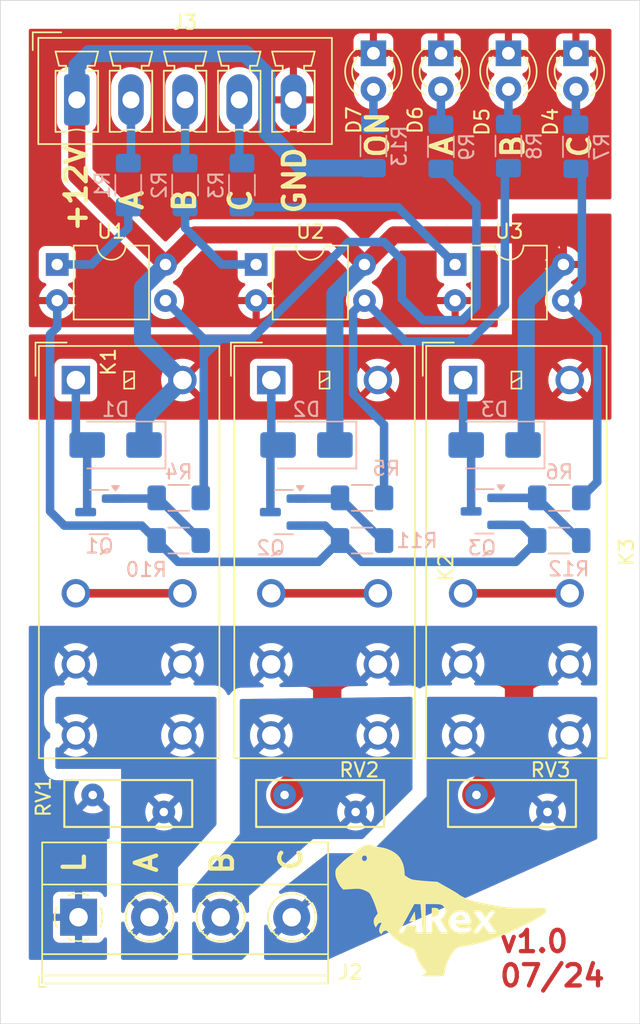
<source format=kicad_pcb>
(kicad_pcb (version 20240108) (generator "pcbnew") (generator_version "8.0")
  (layers (0 "F.Cu" signal) (31 "B.Cu" signal) (34 "B.Paste" user) (35 "F.Paste" user) (36 "B.SilkS" user "B.Silkscreen") (37 "F.SilkS" user "F.Silkscreen") (38 "B.Mask" user) (39 "F.Mask" user) (44 "Edge.Cuts" user))
  (net 0 "")
  (net 1 "VDD")
  (net 2 "Net-(D1-A)")
  (net 3 "Net-(D2-A)")
  (net 4 "Net-(D3-A)")
  (net 5 "GND")
  (net 6 "Net-(D4-A)")
  (net 7 "Net-(D5-A)")
  (net 8 "Net-(D6-A)")
  (net 9 "unconnected-(K1-Pad12)")
  (net 10 "unconnected-(K2-Pad12)")
  (net 11 "unconnected-(K3-Pad12)")
  (net 12 "Net-(Q1-G)")
  (net 13 "Net-(Q2-G)")
  (net 14 "Net-(Q3-G)")
  (net 15 "Net-(R1-Pad2)")
  (net 16 "Net-(R2-Pad2)")
  (net 17 "Net-(R3-Pad2)")
  (net 18 "Net-(R4-Pad1)")
  (net 19 "Net-(R5-Pad1)")
  (net 20 "Net-(R6-Pad1)")
  (net 21 "/P1")
  (net 22 "/P3")
  (net 23 "/P")
  (net 24 "/P2")
  (net 25 "Net-(J3-Pin_2)")
  (net 26 "Net-(J3-Pin_3)")
  (net 27 "Net-(J3-Pin_4)")
  (net 28 "Net-(D7-A)")
  (footprint "LED_THT:LED_D3.0mm" (layer "F.Cu") (at 141 53.725 -90)
    (property "Reference" "D6" (at 4.695 1.808 90) (layer "F.SilkS"))
    (property "Value" "G")
    (pad "1" thru_hole rect (at 0 0 270) (size 1.8 1.8) (drill 0.9) (layers "*.Cu" "*.Mask") (net 5 "GND"))
    (pad "2" thru_hole circle (at 2.54 0 270) (size 1.8 1.8) (drill 0.9) (layers "*.Cu" "*.Mask") (net 8 "Net-(D6-A)"))
  )
  (footprint "Varistor:RV_Disc_D9mm_W3.3mm_P5mm" (layer "F.Cu") (at 135 107.1 180)
    (property "Reference" "RV2" (at -0.255 2.96 0) (layer "F.SilkS"))
    (property "Value" "471K")
    (pad "1" thru_hole circle (at 0 0 180) (size 1.6 1.6) (drill 0.6) (layers "*.Cu" "*.Mask") (net 24 "/P2"))
    (pad "2" thru_hole circle (at 5 1.2 180) (size 1.6 1.6) (drill 0.6) (layers "*.Cu" "*.Mask") (net 23 "/P"))
  )
  (footprint "LED_THT:LED_D3.0mm" (layer "F.Cu") (at 145.75 53.725 -90)
    (property "Reference" "D5" (at 4.822 1.859 90) (layer "F.SilkS"))
    (property "Value" "G")
    (pad "1" thru_hole rect (at 0 0 270) (size 1.8 1.8) (drill 0.9) (layers "*.Cu" "*.Mask") (net 5 "GND"))
    (pad "2" thru_hole circle (at 2.54 0 270) (size 1.8 1.8) (drill 0.9) (layers "*.Cu" "*.Mask") (net 7 "Net-(D5-A)"))
  )
  (footprint "Connector_Phoenix_MC:PhoenixContact_MCV_1,5_5-G-3.81_1x05_P3.81mm_Vertical" (layer "F.Cu") (at 115.38 57)
    (property "Reference" "J3" (at 7.62 -5.45 0) (layer "F.SilkS"))
    (property "Value" "Conn_01x05_Socket")
    (pad "1" thru_hole roundrect (at 0 0) (size 1.8 3.6) (drill 1.2) (layers "*.Cu" "*.Mask") (roundrect_rratio 0.138889) (net 1 "VDD"))
    (pad "2" thru_hole oval (at 3.81 0) (size 1.8 3.6) (drill 1.2) (layers "*.Cu" "*.Mask") (net 25 "Net-(J3-Pin_2)"))
    (pad "3" thru_hole oval (at 7.62 0) (size 1.8 3.6) (drill 1.2) (layers "*.Cu" "*.Mask") (net 26 "Net-(J3-Pin_3)"))
    (pad "4" thru_hole oval (at 11.43 0) (size 1.8 3.6) (drill 1.2) (layers "*.Cu" "*.Mask") (net 27 "Net-(J3-Pin_4)"))
    (pad "5" thru_hole oval (at 15.24 0) (size 1.8 3.6) (drill 1.2) (layers "*.Cu" "*.Mask") (net 5 "GND"))
  )
  (footprint "Varistor:RV_Disc_D9mm_W3.3mm_P5mm" (layer "F.Cu") (at 121.5 107.1 180)
    (property "Reference" "RV1" (at 8.47 1.055 90) (layer "F.SilkS"))
    (property "Value" "471K")
    (pad "1" thru_hole circle (at 0 0 180) (size 1.6 1.6) (drill 0.6) (layers "*.Cu" "*.Mask") (net 21 "/P1"))
    (pad "2" thru_hole circle (at 5 1.2 180) (size 1.6 1.6) (drill 0.6) (layers "*.Cu" "*.Mask") (net 23 "/P"))
  )
  (footprint "Package_DIP:DIP-4_W7.62mm" (layer "F.Cu") (at 142 68.58)
    (property "Reference" "U3" (at 3.81 -2.33 0) (layer "F.SilkS"))
    (property "Value" "PC817")
    (pad "1" thru_hole rect (at 0 0) (size 1.6 1.6) (drill 0.8) (layers "*.Cu" "*.Mask") (net 17 "Net-(R3-Pad2)"))
    (pad "2" thru_hole oval (at 0 2.54) (size 1.6 1.6) (drill 0.8) (layers "*.Cu" "*.Mask") (net 5 "GND"))
    (pad "3" thru_hole oval (at 7.62 2.54) (size 1.6 1.6) (drill 0.8) (layers "*.Cu" "*.Mask") (net 20 "Net-(R6-Pad1)"))
    (pad "4" thru_hole oval (at 7.62 0) (size 1.6 1.6) (drill 0.8) (layers "*.Cu" "*.Mask") (net 1 "VDD"))
  )
  (footprint "Relay_THT:Relay_SPDT_Omron_G2RL-1-E" (layer "F.Cu") (at 115.3125 76.7125)
    (property "Reference" "K1" (at 2.2895 -1.2745 90) (layer "F.SilkS"))
    (property "Value" "Relay_SPDT")
    (pad "11" thru_hole circle (at 0 20) (size 2 2) (drill 1.3) (layers "*.Cu" "*.Mask") (net 23 "/P"))
    (pad "11" thru_hole circle (at 7.5 20) (size 2 2) (drill 1.3) (layers "*.Cu" "*.Mask") (net 23 "/P"))
    (pad "12" thru_hole circle (at 0 15) (size 2 2) (drill 1.3) (layers "*.Cu" "*.Mask") (net 9 "unconnected-(K1-Pad12)"))
    (pad "12" thru_hole circle (at 7.5 15) (size 2 2) (drill 1.3) (layers "*.Cu" "*.Mask") (net 9 "unconnected-(K1-Pad12)"))
    (pad "14" thru_hole circle (at 0 25) (size 2 2) (drill 1.3) (layers "*.Cu" "*.Mask") (net 21 "/P1"))
    (pad "14" thru_hole circle (at 7.5 25) (size 2 2) (drill 1.3) (layers "*.Cu" "*.Mask") (net 21 "/P1"))
    (pad "A1" thru_hole rect (at 0 0) (size 2 2) (drill 1.3) (layers "*.Cu" "*.Mask") (net 2 "Net-(D1-A)"))
    (pad "A2" thru_hole circle (at 7.5 0) (size 2 2) (drill 1.3) (layers "*.Cu" "*.Mask") (net 1 "VDD"))
  )
  (footprint "TerminalBlock_Phoenix:TerminalBlock_Phoenix_MKDS-1,5-4_1x04_P5.00mm_Horizontal" (layer "F.Cu") (at 115.5 114.5)
    (property "Reference" "J2" (at 19.12 3.864 0) (layer "F.SilkS"))
    (property "Value" "Conn_01x04_Socket")
    (pad "1" thru_hole rect (at 0 0) (size 2.6 2.6) (drill 1.3) (layers "*.Cu" "*.Mask") (net 23 "/P"))
    (pad "2" thru_hole circle (at 5 0) (size 2.6 2.6) (drill 1.3) (layers "*.Cu" "*.Mask") (net 21 "/P1"))
    (pad "3" thru_hole circle (at 10 0) (size 2.6 2.6) (drill 1.3) (layers "*.Cu" "*.Mask") (net 24 "/P2"))
    (pad "4" thru_hole circle (at 15 0) (size 2.6 2.6) (drill 1.3) (layers "*.Cu" "*.Mask") (net 22 "/P3"))
  )
  (footprint "LED_THT:LED_D3.0mm" (layer "F.Cu") (at 150.5 53.725 -90)
    (property "Reference" "D4" (at 4.822 1.783 90) (layer "F.SilkS"))
    (property "Value" "G")
    (pad "1" thru_hole rect (at 0 0 270) (size 1.8 1.8) (drill 0.9) (layers "*.Cu" "*.Mask") (net 5 "GND"))
    (pad "2" thru_hole circle (at 2.54 0 270) (size 1.8 1.8) (drill 0.9) (layers "*.Cu" "*.Mask") (net 6 "Net-(D4-A)"))
  )
  (footprint "Package_DIP:DIP-4_W7.62mm" (layer "F.Cu") (at 114 68.58)
    (property "Reference" "U1" (at 3.81 -2.33 0) (layer "F.SilkS"))
    (property "Value" "PC817")
    (pad "1" thru_hole rect (at 0 0) (size 1.6 1.6) (drill 0.8) (layers "*.Cu" "*.Mask") (net 15 "Net-(R1-Pad2)"))
    (pad "2" thru_hole oval (at 0 2.54) (size 1.6 1.6) (drill 0.8) (layers "*.Cu" "*.Mask") (net 5 "GND"))
    (pad "3" thru_hole oval (at 7.62 2.54) (size 1.6 1.6) (drill 0.8) (layers "*.Cu" "*.Mask") (net 18 "Net-(R4-Pad1)"))
    (pad "4" thru_hole oval (at 7.62 0) (size 1.6 1.6) (drill 0.8) (layers "*.Cu" "*.Mask") (net 1 "VDD"))
  )
  (footprint "Package_DIP:DIP-4_W7.62mm" (layer "F.Cu") (at 128 68.58)
    (property "Reference" "U2" (at 3.81 -2.33 0) (layer "F.SilkS"))
    (property "Value" "PC817")
    (pad "1" thru_hole rect (at 0 0) (size 1.6 1.6) (drill 0.8) (layers "*.Cu" "*.Mask") (net 16 "Net-(R2-Pad2)"))
    (pad "2" thru_hole oval (at 0 2.54) (size 1.6 1.6) (drill 0.8) (layers "*.Cu" "*.Mask") (net 5 "GND"))
    (pad "3" thru_hole oval (at 7.62 2.54) (size 1.6 1.6) (drill 0.8) (layers "*.Cu" "*.Mask") (net 19 "Net-(R5-Pad1)"))
    (pad "4" thru_hole oval (at 7.62 0) (size 1.6 1.6) (drill 0.8) (layers "*.Cu" "*.Mask") (net 1 "VDD"))
  )
  (footprint "Relay_THT:Relay_SPDT_Omron_G2RL-1-E" (layer "F.Cu") (at 142.5625 76.7125)
    (property "Reference" "K3" (at 11.5 12.1 90) (layer "F.SilkS"))
    (property "Value" "Relay_SPDT")
    (pad "11" thru_hole circle (at 0 20) (size 2 2) (drill 1.3) (layers "*.Cu" "*.Mask") (net 23 "/P"))
    (pad "11" thru_hole circle (at 7.5 20) (size 2 2) (drill 1.3) (layers "*.Cu" "*.Mask") (net 23 "/P"))
    (pad "12" thru_hole circle (at 0 15) (size 2 2) (drill 1.3) (layers "*.Cu" "*.Mask") (net 11 "unconnected-(K3-Pad12)"))
    (pad "12" thru_hole circle (at 7.5 15) (size 2 2) (drill 1.3) (layers "*.Cu" "*.Mask") (net 11 "unconnected-(K3-Pad12)"))
    (pad "14" thru_hole circle (at 0 25) (size 2 2) (drill 1.3) (layers "*.Cu" "*.Mask") (net 22 "/P3"))
    (pad "14" thru_hole circle (at 7.5 25) (size 2 2) (drill 1.3) (layers "*.Cu" "*.Mask") (net 22 "/P3"))
    (pad "A1" thru_hole rect (at 0 0) (size 2 2) (drill 1.3) (layers "*.Cu" "*.Mask") (net 4 "Net-(D3-A)"))
    (pad "A2" thru_hole circle (at 7.5 0) (size 2 2) (drill 1.3) (layers "*.Cu" "*.Mask") (net 1 "VDD"))
  )
  (footprint "Varistor:RV_Disc_D9mm_W3.3mm_P5mm" (layer "F.Cu") (at 148.5 107.1 180)
    (property "Reference" "RV3" (at -0.217 2.96 0) (layer "F.SilkS"))
    (property "Value" "471K")
    (pad "1" thru_hole circle (at 0 0 180) (size 1.6 1.6) (drill 0.6) (layers "*.Cu" "*.Mask") (net 22 "/P3"))
    (pad "2" thru_hole circle (at 5 1.2 180) (size 1.6 1.6) (drill 0.6) (layers "*.Cu" "*.Mask") (net 23 "/P"))
  )
  (footprint "Relay_THT:Relay_SPDT_Omron_G2RL-1-E" (layer "F.Cu") (at 129.0625 76.7125)
    (property "Reference" "K2" (at 12.2885 13.2035 90) (layer "F.SilkS"))
    (property "Value" "Relay_SPDT")
    (pad "11" thru_hole circle (at 0 20) (size 2 2) (drill 1.3) (layers "*.Cu" "*.Mask") (net 23 "/P"))
    (pad "11" thru_hole circle (at 7.5 20) (size 2 2) (drill 1.3) (layers "*.Cu" "*.Mask") (net 23 "/P"))
    (pad "12" thru_hole circle (at 0 15) (size 2 2) (drill 1.3) (layers "*.Cu" "*.Mask") (net 10 "unconnected-(K2-Pad12)"))
    (pad "12" thru_hole circle (at 7.5 15) (size 2 2) (drill 1.3) (layers "*.Cu" "*.Mask") (net 10 "unconnected-(K2-Pad12)"))
    (pad "14" thru_hole circle (at 0 25) (size 2 2) (drill 1.3) (layers "*.Cu" "*.Mask") (net 24 "/P2"))
    (pad "14" thru_hole circle (at 7.5 25) (size 2 2) (drill 1.3) (layers "*.Cu" "*.Mask") (net 24 "/P2"))
    (pad "A1" thru_hole rect (at 0 0) (size 2 2) (drill 1.3) (layers "*.Cu" "*.Mask") (net 3 "Net-(D2-A)"))
    (pad "A2" thru_hole circle (at 7.5 0) (size 2 2) (drill 1.3) (layers "*.Cu" "*.Mask") (net 1 "VDD"))
  )
  (footprint "LED_THT:LED_D3.0mm" (layer "F.Cu") (at 136.25 53.725 -90)
    (property "Reference" "D7" (at 4.695 1.376 90) (layer "F.SilkS"))
    (property "Value" "R")
    (pad "1" thru_hole rect (at 0 0 270) (size 1.8 1.8) (drill 0.9) (layers "*.Cu" "*.Mask") (net 5 "GND"))
    (pad "2" thru_hole circle (at 2.54 0 270) (size 1.8 1.8) (drill 0.9) (layers "*.Cu" "*.Mask") (net 28 "Net-(D7-A)"))
  )
  (footprint "LOGO" (layer "F.Cu") (at 141 114)
    (property "Reference" "G***" (hide yes))
    (property "Value" "LOGO" (hide yes))
  )
  (footprint "Resistor_SMD:R_1206_3216Metric_Pad1.30x1.75mm_HandSolder" (layer "B.Cu") (at 122.55 88 180)
    (property "Reference" "R10" (at 2.281 -2.043 0) (layer "B.SilkS") (effects (justify mirror)))
    (property "Value" "10k")
    (pad "1" smd roundrect (at -1.55 0 180) (size 1.3 1.75) (layers "B.Cu" "B.Paste" "B.Mask") (roundrect_rratio 0.192308) (net 12 "Net-(Q1-G)"))
    (pad "2" smd roundrect (at 1.55 0 180) (size 1.3 1.75) (layers "B.Cu" "B.Paste" "B.Mask") (roundrect_rratio 0.192308) (net 5 "GND"))
  )
  (footprint "Resistor_SMD:R_1206_3216Metric_Pad1.30x1.75mm_HandSolder" (layer "B.Cu") (at 127 63 -90)
    (property "Reference" "R3" (at 0 1.82 90) (layer "B.SilkS") (effects (justify mirror)))
    (property "Value" "470")
    (pad "1" smd roundrect (at -1.55 0 270) (size 1.3 1.75) (layers "B.Cu" "B.Paste" "B.Mask") (roundrect_rratio 0.192308) (net 27 "Net-(J3-Pin_4)"))
    (pad "2" smd roundrect (at 1.55 0 270) (size 1.3 1.75) (layers "B.Cu" "B.Paste" "B.Mask") (roundrect_rratio 0.192308) (net 17 "Net-(R3-Pad2)"))
  )
  (footprint "Package_TO_SOT_SMD:SOT-23" (layer "B.Cu") (at 129.9375 86 180)
    (property "Reference" "Q2" (at 0.9055 -2.519 0) (layer "B.SilkS") (effects (justify mirror)))
    (property "Value" "IRLML0030")
    (pad "1" smd roundrect (at -0.9375 0.95 180) (size 1.475 0.6) (layers "B.Cu" "B.Paste" "B.Mask") (net 13 "Net-(Q2-G)"))
    (pad "2" smd roundrect (at -0.9375 -0.95 180) (size 1.475 0.6) (layers "B.Cu" "B.Paste" "B.Mask") (net 5 "GND"))
    (pad "3" smd roundrect (at 0.9375 0 180) (size 1.475 0.6) (layers "B.Cu" "B.Paste" "B.Mask") (net 3 "Net-(D2-A)"))
  )
  (footprint "Diode_SMD:D_SMA" (layer "B.Cu") (at 131.54 81.28 180)
    (property "Reference" "D2" (at 0 2.5 0) (layer "B.SilkS") (effects (justify mirror)))
    (property "Value" "1J")
    (pad "1" smd roundrect (at -2 0 180) (size 2.5 1.8) (layers "B.Cu" "B.Paste" "B.Mask") (roundrect_rratio 0.1388888889) (net 1 "VDD"))
    (pad "2" smd roundrect (at 2 0 180) (size 2.5 1.8) (layers "B.Cu" "B.Paste" "B.Mask") (roundrect_rratio 0.1388888889) (net 3 "Net-(D2-A)"))
  )
  (footprint "Resistor_SMD:R_1206_3216Metric_Pad1.30x1.75mm_HandSolder" (layer "B.Cu") (at 123 63 -90)
    (property "Reference" "R2" (at 0 1.82 90) (layer "B.SilkS") (effects (justify mirror)))
    (property "Value" "470")
    (pad "1" smd roundrect (at -1.55 0 270) (size 1.3 1.75) (layers "B.Cu" "B.Paste" "B.Mask") (roundrect_rratio 0.192308) (net 26 "Net-(J3-Pin_3)"))
    (pad "2" smd roundrect (at 1.55 0 270) (size 1.3 1.75) (layers "B.Cu" "B.Paste" "B.Mask") (roundrect_rratio 0.192308) (net 16 "Net-(R2-Pad2)"))
  )
  (footprint "Resistor_SMD:R_1206_3216Metric_Pad1.30x1.75mm_HandSolder" (layer "B.Cu") (at 135.45 85 180)
    (property "Reference" "R5" (at -1.71 2.069 0) (layer "B.SilkS") (effects (justify mirror)))
    (property "Value" "22")
    (pad "1" smd roundrect (at -1.55 0 180) (size 1.3 1.75) (layers "B.Cu" "B.Paste" "B.Mask") (roundrect_rratio 0.192308) (net 19 "Net-(R5-Pad1)"))
    (pad "2" smd roundrect (at 1.55 0 180) (size 1.3 1.75) (layers "B.Cu" "B.Paste" "B.Mask") (roundrect_rratio 0.192308) (net 13 "Net-(Q2-G)"))
  )
  (footprint "Resistor_SMD:R_1206_3216Metric_Pad1.30x1.75mm_HandSolder" (layer "B.Cu") (at 136.25 60.25 90)
    (property "Reference" "R13" (at 0 1.82 90) (layer "B.SilkS") (effects (justify mirror)))
    (property "Value" "4k7")
    (pad "1" smd roundrect (at -1.55 0 90) (size 1.3 1.75) (layers "B.Cu" "B.Paste" "B.Mask") (roundrect_rratio 0.192308) (net 1 "VDD"))
    (pad "2" smd roundrect (at 1.55 0 90) (size 1.3 1.75) (layers "B.Cu" "B.Paste" "B.Mask") (roundrect_rratio 0.192308) (net 28 "Net-(D7-A)"))
  )
  (footprint "Resistor_SMD:R_1206_3216Metric_Pad1.30x1.75mm_HandSolder" (layer "B.Cu") (at 149.326 85 180)
    (property "Reference" "R6" (at 0 1.82 0) (layer "B.SilkS") (effects (justify mirror)))
    (property "Value" "22")
    (pad "1" smd roundrect (at -1.55 0 180) (size 1.3 1.75) (layers "B.Cu" "B.Paste" "B.Mask") (roundrect_rratio 0.192308) (net 20 "Net-(R6-Pad1)"))
    (pad "2" smd roundrect (at 1.55 0 180) (size 1.3 1.75) (layers "B.Cu" "B.Paste" "B.Mask") (roundrect_rratio 0.192308) (net 14 "Net-(Q3-G)"))
  )
  (footprint "Diode_SMD:D_SMA" (layer "B.Cu") (at 144.78 81.28 180)
    (property "Reference" "D3" (at 0 2.5 0) (layer "B.SilkS") (effects (justify mirror)))
    (property "Value" "1J")
    (pad "1" smd roundrect (at -2 0 180) (size 2.5 1.8) (layers "B.Cu" "B.Paste" "B.Mask") (roundrect_rratio 0.1388888889) (net 1 "VDD"))
    (pad "2" smd roundrect (at 2 0 180) (size 2.5 1.8) (layers "B.Cu" "B.Paste" "B.Mask") (roundrect_rratio 0.1388888889) (net 4 "Net-(D3-A)"))
  )
  (footprint "Resistor_SMD:R_1206_3216Metric_Pad1.30x1.75mm_HandSolder" (layer "B.Cu") (at 122.55 85 180)
    (property "Reference" "R4" (at 0 1.82 0) (layer "B.SilkS") (effects (justify mirror)))
    (property "Value" "22")
    (pad "1" smd roundrect (at -1.55 0 180) (size 1.3 1.75) (layers "B.Cu" "B.Paste" "B.Mask") (roundrect_rratio 0.192308) (net 18 "Net-(R4-Pad1)"))
    (pad "2" smd roundrect (at 1.55 0 180) (size 1.3 1.75) (layers "B.Cu" "B.Paste" "B.Mask") (roundrect_rratio 0.192308) (net 12 "Net-(Q1-G)"))
  )
  (footprint "Resistor_SMD:R_1206_3216Metric_Pad1.30x1.75mm_HandSolder" (layer "B.Cu") (at 150.5 60.3 90)
    (property "Reference" "R7" (at 0 1.82 90) (layer "B.SilkS") (effects (justify mirror)))
    (property "Value" "4k7")
    (pad "1" smd roundrect (at -1.55 0 90) (size 1.3 1.75) (layers "B.Cu" "B.Paste" "B.Mask") (roundrect_rratio 0.192308) (net 20 "Net-(R6-Pad1)"))
    (pad "2" smd roundrect (at 1.55 0 90) (size 1.3 1.75) (layers "B.Cu" "B.Paste" "B.Mask") (roundrect_rratio 0.192308) (net 6 "Net-(D4-A)"))
  )
  (footprint "Resistor_SMD:R_1206_3216Metric_Pad1.30x1.75mm_HandSolder" (layer "B.Cu") (at 141 60.3 90)
    (property "Reference" "R9" (at 0 1.82 90) (layer "B.SilkS") (effects (justify mirror)))
    (property "Value" "4k7")
    (pad "1" smd roundrect (at -1.55 0 90) (size 1.3 1.75) (layers "B.Cu" "B.Paste" "B.Mask") (roundrect_rratio 0.192308) (net 18 "Net-(R4-Pad1)"))
    (pad "2" smd roundrect (at 1.55 0 90) (size 1.3 1.75) (layers "B.Cu" "B.Paste" "B.Mask") (roundrect_rratio 0.192308) (net 8 "Net-(D6-A)"))
  )
  (footprint "Diode_SMD:D_SMA" (layer "B.Cu") (at 118.11 81.28 180)
    (property "Reference" "D1" (at 0 2.5 0) (layer "B.SilkS") (effects (justify mirror)))
    (property "Value" "1J")
    (pad "1" smd roundrect (at -2 0 180) (size 2.5 1.8) (layers "B.Cu" "B.Paste" "B.Mask") (roundrect_rratio 0.1388888889) (net 1 "VDD"))
    (pad "2" smd roundrect (at 2 0 180) (size 2.5 1.8) (layers "B.Cu" "B.Paste" "B.Mask") (roundrect_rratio 0.1388888889) (net 2 "Net-(D1-A)"))
  )
  (footprint "Resistor_SMD:R_1206_3216Metric_Pad1.30x1.75mm_HandSolder" (layer "B.Cu") (at 145.75 60.25 90)
    (property "Reference" "R8" (at 0 1.82 90) (layer "B.SilkS") (effects (justify mirror)))
    (property "Value" "4k7")
    (pad "1" smd roundrect (at -1.55 0 90) (size 1.3 1.75) (layers "B.Cu" "B.Paste" "B.Mask") (roundrect_rratio 0.192308) (net 19 "Net-(R5-Pad1)"))
    (pad "2" smd roundrect (at 1.55 0 90) (size 1.3 1.75) (layers "B.Cu" "B.Paste" "B.Mask") (roundrect_rratio 0.192308) (net 7 "Net-(D5-A)"))
  )
  (footprint "Package_TO_SOT_SMD:SOT-23" (layer "B.Cu") (at 144.0625 85.95 180)
    (property "Reference" "Q3" (at 0.1715 -2.569 0) (layer "B.SilkS") (effects (justify mirror)))
    (property "Value" "IRLML0030")
    (pad "1" smd roundrect (at -0.9375 0.95 180) (size 1.475 0.6) (layers "B.Cu" "B.Paste" "B.Mask") (net 14 "Net-(Q3-G)"))
    (pad "2" smd roundrect (at -0.9375 -0.95 180) (size 1.475 0.6) (layers "B.Cu" "B.Paste" "B.Mask") (net 5 "GND"))
    (pad "3" smd roundrect (at 0.9375 0 180) (size 1.475 0.6) (layers "B.Cu" "B.Paste" "B.Mask") (net 4 "Net-(D3-A)"))
  )
  (footprint "Resistor_SMD:R_1206_3216Metric_Pad1.30x1.75mm_HandSolder" (layer "B.Cu") (at 135.45 88 180)
    (property "Reference" "R11" (at -3.869 -0.011 0) (layer "B.SilkS") (effects (justify mirror)))
    (property "Value" "10k")
    (pad "1" smd roundrect (at -1.55 0 180) (size 1.3 1.75) (layers "B.Cu" "B.Paste" "B.Mask") (roundrect_rratio 0.192308) (net 13 "Net-(Q2-G)"))
    (pad "2" smd roundrect (at 1.55 0 180) (size 1.3 1.75) (layers "B.Cu" "B.Paste" "B.Mask") (roundrect_rratio 0.192308) (net 5 "GND"))
  )
  (footprint "Resistor_SMD:R_1206_3216Metric_Pad1.30x1.75mm_HandSolder" (layer "B.Cu") (at 119 63 -90)
    (property "Reference" "R1" (at 0 1.82 90) (layer "B.SilkS") (effects (justify mirror)))
    (property "Value" "470")
    (pad "1" smd roundrect (at -1.55 0 270) (size 1.3 1.75) (layers "B.Cu" "B.Paste" "B.Mask") (roundrect_rratio 0.192308) (net 25 "Net-(J3-Pin_2)"))
    (pad "2" smd roundrect (at 1.55 0 270) (size 1.3 1.75) (layers "B.Cu" "B.Paste" "B.Mask") (roundrect_rratio 0.192308) (net 15 "Net-(R1-Pad2)"))
  )
  (footprint "Package_TO_SOT_SMD:SOT-23" (layer "B.Cu") (at 116.9375 86 180)
    (property "Reference" "Q1" (at -0.0295 -2.392 0) (layer "B.SilkS") (effects (justify mirror)))
    (property "Value" "IRLML0030")
    (pad "1" smd roundrect (at -0.9375 0.95 180) (size 1.475 0.6) (layers "B.Cu" "B.Paste" "B.Mask") (net 12 "Net-(Q1-G)"))
    (pad "2" smd roundrect (at -0.9375 -0.95 180) (size 1.475 0.6) (layers "B.Cu" "B.Paste" "B.Mask") (net 5 "GND"))
    (pad "3" smd roundrect (at 0.9375 0 180) (size 1.475 0.6) (layers "B.Cu" "B.Paste" "B.Mask") (net 2 "Net-(D1-A)"))
  )
  (footprint "Resistor_SMD:R_1206_3216Metric_Pad1.30x1.75mm_HandSolder" (layer "B.Cu") (at 149.326 88 180)
    (property "Reference" "R12" (at -0.674 -2 0) (layer "B.SilkS") (effects (justify mirror)))
    (property "Value" "10k")
    (pad "1" smd roundrect (at -1.55 0 180) (size 1.3 1.75) (layers "B.Cu" "B.Paste" "B.Mask") (roundrect_rratio 0.192308) (net 14 "Net-(Q3-G)"))
    (pad "2" smd roundrect (at 1.55 0 180) (size 1.3 1.75) (layers "B.Cu" "B.Paste" "B.Mask") (roundrect_rratio 0.192308) (net 5 "GND"))
  )
  (gr_rect (start 110 50) (end 155 122) (stroke (width 0.05)) (fill none) (layer "Edge.Cuts"))
  (gr_text "v1.0 \n07/24" (at 145 119.5 0) (layer "F.Cu") (effects (font (size 1.5 1.5) (thickness 0.3) (bold yes)) (justify left bottom)))
  (gr_text "C" (at 131.318 111.379 90) (layer "F.SilkS") (effects (font (size 1.5 1.5) (thickness 0.3) (bold yes)) (justify left bottom)))
  (gr_text "ON" (at 137.414 61.214 90) (layer "F.SilkS") (effects (font (size 1.5 1.5) (thickness 0.3) (bold yes)) (justify left bottom)))
  (gr_text "B" (at 123.825 65.024 90) (layer "F.SilkS") (effects (font (size 1.5 1.5) (thickness 0.3) (bold yes)) (justify left bottom)))
  (gr_text "+12V" (at 116.205 66.421 90) (layer "F.SilkS") (effects (font (size 1.5 1.5) (thickness 0.3) (bold yes)) (justify left bottom)))
  (gr_text "C" (at 151.638 61.214 90) (layer "F.SilkS") (effects (font (size 1.5 1.5) (thickness 0.3) (bold yes)) (justify left bottom)))
  (gr_text "B" (at 146.939 61.214 90) (layer "F.SilkS") (effects (font (size 1.5 1.5) (thickness 0.3) (bold yes)) (justify left bottom)))
  (gr_text "B" (at 126.492 111.633 90) (layer "F.SilkS") (effects (font (size 1.5 1.5) (thickness 0.3) (bold yes)) (justify left bottom)))
  (gr_text "L" (at 116.078 111.506 90) (layer "F.SilkS") (effects (font (size 1.5 1.5) (thickness 0.3) (bold yes)) (justify left bottom)))
  (gr_text "GND" (at 131.572 65.151 90) (layer "F.SilkS") (effects (font (size 1.5 1.5) (thickness 0.3) (bold yes)) (justify left bottom)))
  (gr_text "A" (at 120.142 64.897 90) (layer "F.SilkS") (effects (font (size 1.5 1.5) (thickness 0.3) (bold yes)) (justify left bottom)))
  (gr_text "C" (at 127.762 65.024 90) (layer "F.SilkS") (effects (font (size 1.5 1.5) (thickness 0.3) (bold yes)) (justify left bottom)))
  (gr_text "A" (at 141.986 61.087 90) (layer "F.SilkS") (effects (font (size 1.5 1.5) (thickness 0.3) (bold yes)) (justify left bottom)))
  (gr_text "A" (at 121.158 111.506 90) (layer "F.SilkS") (effects (font (size 1.5 1.5) (thickness 0.3) (bold yes)) (justify left bottom)))
  (segment (start 123.7 66.5) (end 121.62 68.58) (width 1.2) (layer "F.Cu") (net 1))
  (segment (start 115.38 57) (end 115.38 62.34) (width 1.2) (layer "F.Cu") (net 1))
  (segment (start 133.54 66.5) (end 123.7 66.5) (width 1.2) (layer "F.Cu") (net 1))
  (segment (start 135.62 68.58) (end 133.54 66.5) (width 1.2) (layer "F.Cu") (net 1))
  (segment (start 147.54 66.5) (end 149.62 68.58) (width 1.2) (layer "F.Cu") (net 1))
  (segment (start 135.62 68.58) (end 137.7 66.5) (width 1.2) (layer "F.Cu") (net 1))
  (segment (start 137.7 66.5) (end 147.54 66.5) (width 1.2) (layer "F.Cu") (net 1))
  (segment (start 115.38 62.34) (end 121.62 68.58) (width 1.2) (layer "F.Cu") (net 1))
  (segment (start 131.3 61.8) (end 128.75 59.25) (width 1.2) (layer "B.Cu") (net 1))
  (segment (start 120 70.2) (end 121.62 68.58) (width 1.2) (layer "B.Cu") (net 1))
  (segment (start 122.8125 76.7125) (end 120 73.9) (width 1.2) (layer "B.Cu") (net 1))
  (segment (start 120.11 81.28) (end 120.11 79.415) (width 1.2) (layer "B.Cu") (net 1))
  (segment (start 133.54 81.28) (end 133.54 70.66) (width 1.2) (layer "B.Cu") (net 1))
  (segment (start 147 71.2) (end 149.62 68.58) (width 1.2) (layer "B.Cu") (net 1))
  (segment (start 116.25 53.75) (end 115.38 54.62) (width 1.2) (layer "B.Cu") (net 1))
  (segment (start 136.25 61.8) (end 131.3 61.8) (width 1.2) (layer "B.Cu") (net 1))
  (segment (start 133.54 70.66) (end 135.62 68.58) (width 1.2) (layer "B.Cu") (net 1))
  (segment (start 115.38 54.62) (end 115.38 57) (width 1.2) (layer "B.Cu") (net 1))
  (segment (start 146.78 81.28) (end 147 81.06) (width 1.2) (layer "B.Cu") (net 1))
  (segment (start 128.75 55.25) (end 127.25 53.75) (width 1.2) (layer "B.Cu") (net 1))
  (segment (start 127.25 53.75) (end 116.25 53.75) (width 1.2) (layer "B.Cu") (net 1))
  (segment (start 120.11 79.415) (end 122.8125 76.7125) (width 1.2) (layer "B.Cu") (net 1))
  (segment (start 120 73.9) (end 120 70.2) (width 1.2) (layer "B.Cu") (net 1))
  (segment (start 147 81.06) (end 147 71.2) (width 1.2) (layer "B.Cu") (net 1))
  (segment (start 128.75 59.25) (end 128.75 55.25) (width 1.2) (layer "B.Cu") (net 1))
  (segment (start 116.11 85.89) (end 116 86) (width 0.6) (layer "B.Cu") (net 2))
  (segment (start 116.11 81.28) (end 116.11 85.89) (width 0.6) (layer "B.Cu") (net 2))
  (segment (start 115.3125 80.4825) (end 116.11 81.28) (width 0.6) (layer "B.Cu") (net 2))
  (segment (start 115.3125 76.7125) (end 115.3125 80.4825) (width 0.6) (layer "B.Cu") (net 2))
  (segment (start 129.0625 76.7125) (end 129.0625 80.8025) (width 0.6) (layer "B.Cu") (net 3))
  (segment (start 129.0625 80.8025) (end 129.54 81.28) (width 0.6) (layer "B.Cu") (net 3))
  (segment (start 129 86) (end 129 81.82) (width 0.6) (layer "B.Cu") (net 3))
  (segment (start 129 81.82) (end 129.54 81.28) (width 0.6) (layer "B.Cu") (net 3))
  (segment (start 143.125 85.95) (end 143.125 81.625) (width 0.6) (layer "B.Cu") (net 4))
  (segment (start 142.5625 81.0625) (end 142.78 81.28) (width 0.6) (layer "B.Cu") (net 4))
  (segment (start 143.125 81.625) (end 142.78 81.28) (width 0.6) (layer "B.Cu") (net 4))
  (segment (start 142.5625 76.7125) (end 142.5625 81.0625) (width 0.6) (layer "B.Cu") (net 4))
  (segment (start 122.5 89.5) (end 132.4 89.5) (width 0.6) (layer "B.Cu") (net 5))
  (segment (start 133.9 88) (end 135.4 89.5) (width 0.6) (layer "B.Cu") (net 5))
  (segment (start 114.5 86.95) (end 113.5 85.95) (width 0.6) (layer "B.Cu") (net 5))
  (segment (start 117.875 86.95) (end 119.95 86.95) (width 0.6) (layer "B.Cu") (net 5))
  (segment (start 117.875 86.95) (end 114.5 86.95) (width 0.6) (layer "B.Cu") (net 5))
  (segment (start 113.5 85.95) (end 113.5 73.5) (width 0.6) (layer "B.Cu") (net 5))
  (segment (start 145 86.9) (end 146.676 86.9) (width 0.6) (layer "B.Cu") (net 5))
  (segment (start 146.276 89.5) (end 147.776 88) (width 0.6) (layer "B.Cu") (net 5))
  (segment (start 130.875 86.95) (end 132.85 86.95) (width 0.6) (layer "B.Cu") (net 5))
  (segment (start 135.4 89.5) (end 146.276 89.5) (width 0.6) (layer "B.Cu") (net 5))
  (segment (start 121 88) (end 122.5 89.5) (width 0.6) (layer "B.Cu") (net 5))
  (segment (start 146.676 86.9) (end 147.776 88) (width 0.6) (layer "B.Cu") (net 5))
  (segment (start 113.5 73.5) (end 114 73) (width 0.6) (layer "B.Cu") (net 5))
  (segment (start 119.95 86.95) (end 121 88) (width 0.6) (layer "B.Cu") (net 5))
  (segment (start 132.85 86.95) (end 133.9 88) (width 0.6) (layer "B.Cu") (net 5))
  (segment (start 114 73) (end 114 71.12) (width 0.6) (layer "B.Cu") (net 5))
  (segment (start 132.4 89.5) (end 133.9 88) (width 0.6) (layer "B.Cu") (net 5))
  (segment (start 150.5 58.75) (end 150.5 56.265) (width 0.6) (layer "B.Cu") (net 6))
  (segment (start 145.75 56.265) (end 145.75 58.7) (width 0.6) (layer "B.Cu") (net 7))
  (segment (start 141 58.75) (end 141 56.265) (width 0.6) (layer "B.Cu") (net 8))
  (segment (start 115.3125 91.7125) (end 122.8125 91.7125) (width 0.6) (layer "F.Cu") (net 9))
  (segment (start 129.0625 91.7125) (end 136.5625 91.7125) (width 0.6) (layer "F.Cu") (net 10))
  (segment (start 142.5625 91.7125) (end 150.0625 91.7125) (width 0.6) (layer "F.Cu") (net 11))
  (segment (start 120.95 85.05) (end 121 85) (width 0.6) (layer "B.Cu") (net 12))
  (segment (start 121 85) (end 121.1 85) (width 0.6) (layer "B.Cu") (net 12))
  (segment (start 121.1 85) (end 124.1 88) (width 0.6) (layer "B.Cu") (net 12))
  (segment (start 117.875 85.05) (end 120.95 85.05) (width 0.6) (layer "B.Cu") (net 12))
  (segment (start 133.85 85.05) (end 133.9 85) (width 0.6) (layer "B.Cu") (net 13))
  (segment (start 130.875 85.05) (end 133.85 85.05) (width 0.6) (layer "B.Cu") (net 13))
  (segment (start 137 88) (end 136.9 88) (width 0.6) (layer "B.Cu") (net 13))
  (segment (start 136.9 88) (end 133.9 85) (width 0.6) (layer "B.Cu") (net 13))
  (segment (start 150.876 88) (end 150.776 88) (width 0.6) (layer "B.Cu") (net 14))
  (segment (start 145 85) (end 147.776 85) (width 0.6) (layer "B.Cu") (net 14))
  (segment (start 150.776 88) (end 147.776 85) (width 0.6) (layer "B.Cu") (net 14))
  (segment (start 116.42 68.58) (end 114 68.58) (width 0.6) (layer "B.Cu") (net 15))
  (segment (start 119 66) (end 116.42 68.58) (width 0.6) (layer "B.Cu") (net 15))
  (segment (start 119 64.55) (end 119 66) (width 0.6) (layer "B.Cu") (net 15))
  (segment (start 123 64.55) (end 123 66) (width 0.6) (layer "B.Cu") (net 16))
  (segment (start 125.58 68.58) (end 128 68.58) (width 0.6) (layer "B.Cu") (net 16))
  (segment (start 123 66) (end 125.58 68.58) (width 0.6) (layer "B.Cu") (net 16))
  (segment (start 127 64.55) (end 137.97 64.55) (width 0.6) (layer "B.Cu") (net 17))
  (segment (start 137.97 64.55) (end 142 68.58) (width 0.6) (layer "B.Cu") (net 17))
  (segment (start 124.3125 73.8125) (end 121.62 71.12) (width 0.6) (layer "B.Cu") (net 18))
  (segment (start 124.3125 84.7875) (end 124.3125 75) (width 0.6) (layer "B.Cu") (net 18))
  (segment (start 125.5 73.8125) (end 127.6875 73.8125) (width 0.6) (layer "B.Cu") (net 18))
  (segment (start 138.25 71) (end 139.75 72.5) (width 0.6) (layer "B.Cu") (net 18))
  (segment (start 124.3125 74.5) (end 124.3125 73.8125) (width 0.6) (layer "B.Cu") (net 18))
  (segment (start 124.3125 75) (end 125.5 73.8125) (width 0.6) (layer "B.Cu") (net 18))
  (segment (start 137 67) (end 138.25 68.25) (width 0.6) (layer "B.Cu") (net 18))
  (segment (start 142.5 72.5) (end 143.5 71.5) (width 0.6) (layer "B.Cu") (net 18))
  (segment (start 139.75 72.5) (end 142.5 72.5) (width 0.6) (layer "B.Cu") (net 18))
  (segment (start 134.5 67) (end 137 67) (width 0.6) (layer "B.Cu") (net 18))
  (segment (start 143.5 71.5) (end 143.5 64.35) (width 0.6) (layer "B.Cu") (net 18))
  (segment (start 143.5 64.35) (end 141 61.85) (width 0.6) (layer "B.Cu") (net 18))
  (segment (start 124.3125 74.5) (end 125 73.8125) (width 0.6) (layer "B.Cu") (net 18))
  (segment (start 124.1 85) (end 124.3125 84.7875) (width 0.6) (layer "B.Cu") (net 18))
  (segment (start 125 73.8125) (end 125.5 73.8125) (width 0.6) (layer "B.Cu") (net 18))
  (segment (start 127.6875 73.8125) (end 134.5 67) (width 0.6) (layer "B.Cu") (net 18))
  (segment (start 124.3125 73.8125) (end 125 73.8125) (width 0.6) (layer "B.Cu") (net 18))
  (segment (start 124.3125 75) (end 124.3125 74.5) (width 0.6) (layer "B.Cu") (net 18))
  (segment (start 138.25 68.25) (end 138.25 71) (width 0.6) (layer "B.Cu") (net 18))
  (segment (start 143 74) (end 145.5 71.5) (width 0.6) (layer "B.Cu") (net 19))
  (segment (start 137 79.85) (end 134.820001 77.670001) (width 0.6) (layer "B.Cu") (net 19))
  (segment (start 134.820001 77.670001) (end 134.820001 71.919999) (width 0.6) (layer "B.Cu") (net 19))
  (segment (start 134.820001 71.919999) (end 135.62 71.12) (width 0.6) (layer "B.Cu") (net 19))
  (segment (start 145.5 71.5) (end 145.5 62.05) (width 0.6) (layer "B.Cu") (net 19))
  (segment (start 145.5 62.05) (end 145.75 61.8) (width 0.6) (layer "B.Cu") (net 19))
  (segment (start 138.5 74) (end 143 74) (width 0.6) (layer "B.Cu") (net 19))
  (segment (start 137 85) (end 137 79.85) (width 0.6) (layer "B.Cu") (net 19))
  (segment (start 135.62 71.12) (end 138.5 74) (width 0.6) (layer "B.Cu") (net 19))
  (segment (start 152 83.876) (end 152 73.5) (width 0.6) (layer "B.Cu") (net 20))
  (segment (start 149.62 71.12) (end 150.92 69.82) (width 0.6) (layer "B.Cu") (net 20))
  (segment (start 150.92 69.82) (end 150.92 62.27) (width 0.6) (layer "B.Cu") (net 20))
  (segment (start 150.92 62.27) (end 150.5 61.85) (width 0.6) (layer "B.Cu") (net 20))
  (segment (start 150.876 85) (end 152 83.876) (width 0.6) (layer "B.Cu") (net 20))
  (segment (start 152 73.5) (end 149.62 71.12) (width 0.6) (layer "B.Cu") (net 20))
  (segment (start 146.5 102.9) (end 146.5 96.5) (width 2) (layer "F.Cu") (net 23))
  (segment (start 133 102.9) (end 133 97) (width 2) (layer "F.Cu") (net 23))
  (segment (start 130 105.9) (end 133 102.9) (width 2) (layer "F.Cu") (net 23))
  (segment (start 143.5 105.9) (end 146.5 102.9) (width 2) (layer "F.Cu") (net 23))
  (segment (start 119.19 61.26) (end 119 61.45) (width 0.6) (layer "B.Cu") (net 25))
  (segment (start 119.19 57) (end 119.19 61.26) (width 0.6) (layer "B.Cu") (net 25))
  (segment (start 123 57) (end 123 61.45) (width 0.6) (layer "B.Cu") (net 26))
  (segment (start 126.81 57) (end 126.81 61.26) (width 0.6) (layer "B.Cu") (net 27))
  (segment (start 126.81 61.26) (end 127 61.45) (width 0.6) (layer "B.Cu") (net 27))
  (segment (start 136.25 56.265) (end 136.25 58.7) (width 0.6) (layer "B.Cu") (net 28))
  (zone (net 1) (net_name "VDD") (layer "F.Cu") (priority 1) (connect_pads (clearance 0.5)) (min_thickness 0.25) (fill yes (thermal_gap 0.5) (thermal_bridge_width 0.5))
    (polygon (pts (xy 112 73.5) (xy 146 73.5) (xy 146 65) (xy 153 65) (xy 153 73.5) (xy 153 79.5) (xy 112 79.5)))
  )
  (zone (net 5) (net_name "GND") (layer "F.Cu") (connect_pads (clearance 0.5)) (min_thickness 0.25) (fill yes (thermal_gap 0.5) (thermal_bridge_width 0.5))
    (polygon (pts (xy 112 52) (xy 153 52) (xy 153 64) (xy 145 64) (xy 145 73) (xy 112 73)))
  )
  (zone (net 24) (net_name "/P2") (layers "F&B.Cu") (priority 3) (connect_pads (clearance 0.5)) (min_thickness 0.25) (fill yes (thermal_gap 0.5) (thermal_bridge_width 0.5))
    (polygon (pts (xy 126.8476 99.1524) (xy 126.8476 108.6524) (xy 123.5 112.5) (xy 123.5 117.5) (xy 127 117.5) (xy 127.5 117) (xy 127.5 113) (xy 132 109) (xy 135.5 109) (xy 139 105.5) (xy 139 99)))
  )
  (zone (net 21) (net_name "/P1") (layers "F&B.Cu") (priority 3) (connect_pads (clearance 0.5)) (min_thickness 0.25) (fill yes (thermal_gap 0.5) (thermal_bridge_width 0.5))
    (polygon (pts (xy 118.5 117.5) (xy 118.5 104.063) (xy 113.873 104.063) (xy 113.873 99) (xy 125.2032 99) (xy 125.2032 108) (xy 122.5 111) (xy 122.5 117.5)))
  )
  (zone (net 22) (net_name "/P3") (layers "F&B.Cu") (priority 4) (connect_pads (clearance 0.5)) (min_thickness 0.25) (fill yes (thermal_gap 0.5) (thermal_bridge_width 0.5))
    (polygon (pts (xy 140 99) (xy 152 99) (xy 152 109) (xy 133 117.5) (xy 128.5588 117.5) (xy 128.5588 113.5) (xy 133 110) (xy 136 110) (xy 140 106)))
  )
  (zone (net 23) (net_name "/P") (layers "F&B.Cu") (priority 2) (connect_pads (clearance 0.8)) (min_thickness 0.25) (fill yes (thermal_gap 0.5) (thermal_bridge_width 0.5))
    (polygon (pts (xy 112 94) (xy 152 94) (xy 152 109) (xy 117.5 109) (xy 117.5 117.5) (xy 112 117.5)))
  )
)
</source>
